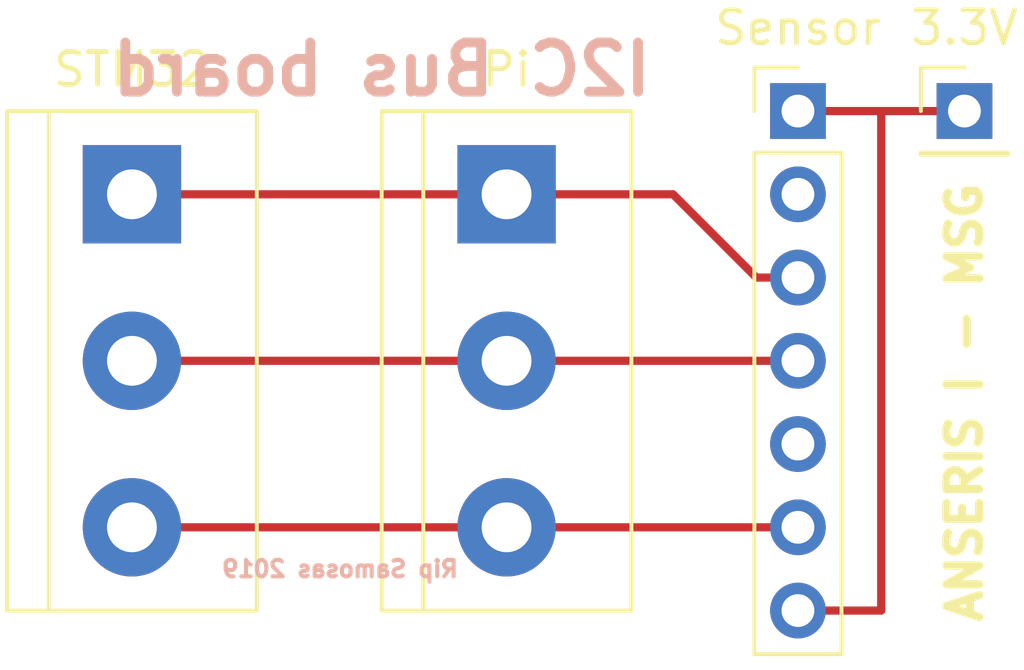
<source format=kicad_pcb>
(kicad_pcb (version 20171130) (host pcbnew "(5.1.6)-1")

  (general
    (thickness 1.6)
    (drawings 3)
    (tracks 9)
    (zones 0)
    (modules 4)
    (nets 1)
  )

  (page A4)
  (layers
    (0 F.Cu signal)
    (31 B.Cu signal)
    (32 B.Adhes user)
    (33 F.Adhes user)
    (34 B.Paste user)
    (35 F.Paste user)
    (36 B.SilkS user)
    (37 F.SilkS user)
    (38 B.Mask user)
    (39 F.Mask user)
    (40 Dwgs.User user)
    (41 Cmts.User user)
    (42 Eco1.User user)
    (43 Eco2.User user)
    (44 Edge.Cuts user)
    (45 Margin user)
    (46 B.CrtYd user)
    (47 F.CrtYd user)
    (48 B.Fab user)
    (49 F.Fab user)
  )

  (setup
    (last_trace_width 0.25)
    (trace_clearance 0.2)
    (zone_clearance 0.508)
    (zone_45_only no)
    (trace_min 0.2)
    (via_size 0.8)
    (via_drill 0.4)
    (via_min_size 0.4)
    (via_min_drill 0.3)
    (uvia_size 0.3)
    (uvia_drill 0.1)
    (uvias_allowed no)
    (uvia_min_size 0.2)
    (uvia_min_drill 0.1)
    (edge_width 0.05)
    (segment_width 0.2)
    (pcb_text_width 0.3)
    (pcb_text_size 1.5 1.5)
    (mod_edge_width 0.12)
    (mod_text_size 1 1)
    (mod_text_width 0.15)
    (pad_size 1.524 1.524)
    (pad_drill 0.762)
    (pad_to_mask_clearance 0.05)
    (aux_axis_origin 0 0)
    (visible_elements 7FFFFFFF)
    (pcbplotparams
      (layerselection 0x010fc_ffffffff)
      (usegerberextensions false)
      (usegerberattributes true)
      (usegerberadvancedattributes true)
      (creategerberjobfile true)
      (excludeedgelayer true)
      (linewidth 0.100000)
      (plotframeref false)
      (viasonmask false)
      (mode 1)
      (useauxorigin false)
      (hpglpennumber 1)
      (hpglpenspeed 20)
      (hpglpendiameter 15.000000)
      (psnegative false)
      (psa4output false)
      (plotreference true)
      (plotvalue true)
      (plotinvisibletext false)
      (padsonsilk false)
      (subtractmaskfromsilk false)
      (outputformat 1)
      (mirror false)
      (drillshape 0)
      (scaleselection 1)
      (outputdirectory "GerberFiles/"))
  )

  (net 0 "")

  (net_class Default "This is the default net class."
    (clearance 0.2)
    (trace_width 0.25)
    (via_dia 0.8)
    (via_drill 0.4)
    (uvia_dia 0.3)
    (uvia_drill 0.1)
  )

  (module Connector_PinHeader_2.54mm:PinHeader_1x07_P2.54mm_Vertical (layer F.Cu) (tedit 59FED5CC) (tstamp 5F44B867)
    (at 78.74 81.28)
    (descr "Through hole straight pin header, 1x07, 2.54mm pitch, single row")
    (tags "Through hole pin header THT 1x07 2.54mm single row")
    (fp_text reference Sensor (at 0 -2.54) (layer F.SilkS)
      (effects (font (size 1 1) (thickness 0.15)))
    )
    (fp_text value Sensor (at -2.54 7.62 90) (layer F.Fab)
      (effects (font (size 1 1) (thickness 0.15)))
    )
    (fp_line (start -0.635 -1.27) (end 1.27 -1.27) (layer F.Fab) (width 0.1))
    (fp_line (start 1.27 -1.27) (end 1.27 16.51) (layer F.Fab) (width 0.1))
    (fp_line (start 1.27 16.51) (end -1.27 16.51) (layer F.Fab) (width 0.1))
    (fp_line (start -1.27 16.51) (end -1.27 -0.635) (layer F.Fab) (width 0.1))
    (fp_line (start -1.27 -0.635) (end -0.635 -1.27) (layer F.Fab) (width 0.1))
    (fp_line (start -1.33 16.57) (end 1.33 16.57) (layer F.SilkS) (width 0.12))
    (fp_line (start -1.33 1.27) (end -1.33 16.57) (layer F.SilkS) (width 0.12))
    (fp_line (start 1.33 1.27) (end 1.33 16.57) (layer F.SilkS) (width 0.12))
    (fp_line (start -1.33 1.27) (end 1.33 1.27) (layer F.SilkS) (width 0.12))
    (fp_line (start -1.33 0) (end -1.33 -1.33) (layer F.SilkS) (width 0.12))
    (fp_line (start -1.33 -1.33) (end 0 -1.33) (layer F.SilkS) (width 0.12))
    (fp_line (start -1.8 -1.8) (end -1.8 17.05) (layer F.CrtYd) (width 0.05))
    (fp_line (start -1.8 17.05) (end 1.8 17.05) (layer F.CrtYd) (width 0.05))
    (fp_line (start 1.8 17.05) (end 1.8 -1.8) (layer F.CrtYd) (width 0.05))
    (fp_line (start 1.8 -1.8) (end -1.8 -1.8) (layer F.CrtYd) (width 0.05))
    (pad 7 thru_hole oval (at 0 15.24) (size 1.7 1.7) (drill 1) (layers *.Cu *.Mask))
    (pad 6 thru_hole oval (at 0 12.7) (size 1.7 1.7) (drill 1) (layers *.Cu *.Mask))
    (pad 5 thru_hole oval (at 0 10.16) (size 1.7 1.7) (drill 1) (layers *.Cu *.Mask))
    (pad 4 thru_hole oval (at 0 7.62) (size 1.7 1.7) (drill 1) (layers *.Cu *.Mask))
    (pad 3 thru_hole oval (at 0 5.08) (size 1.7 1.7) (drill 1) (layers *.Cu *.Mask))
    (pad 2 thru_hole oval (at 0 2.54) (size 1.7 1.7) (drill 1) (layers *.Cu *.Mask))
    (pad 1 thru_hole rect (at 0 0) (size 1.7 1.7) (drill 1) (layers *.Cu *.Mask))
    (model ${KISYS3DMOD}/Connector_PinHeader_2.54mm.3dshapes/PinHeader_1x07_P2.54mm_Vertical.wrl
      (at (xyz 0 0 0))
      (scale (xyz 1 1 1))
      (rotate (xyz 0 0 0))
    )
  )

  (module Connector_PinHeader_2.54mm:PinHeader_1x01_P2.54mm_Vertical (layer F.Cu) (tedit 59FED5CC) (tstamp 5F44BDB3)
    (at 83.82 81.28)
    (descr "Through hole straight pin header, 1x01, 2.54mm pitch, single row")
    (tags "Through hole pin header THT 1x01 2.54mm single row")
    (fp_text reference 3.3V (at 0 -2.54) (layer F.SilkS)
      (effects (font (size 1 1) (thickness 0.15)))
    )
    (fp_text value TinyTiny (at -12.7 5.08) (layer F.Fab)
      (effects (font (size 1 1) (thickness 0.15)))
    )
    (fp_line (start -0.635 -1.27) (end 1.27 -1.27) (layer F.Fab) (width 0.1))
    (fp_line (start 1.27 -1.27) (end 1.27 1.27) (layer F.Fab) (width 0.1))
    (fp_line (start 1.27 1.27) (end -1.27 1.27) (layer F.Fab) (width 0.1))
    (fp_line (start -1.27 1.27) (end -1.27 -0.635) (layer F.Fab) (width 0.1))
    (fp_line (start -1.27 -0.635) (end -0.635 -1.27) (layer F.Fab) (width 0.1))
    (fp_line (start -1.33 1.33) (end 1.33 1.33) (layer F.SilkS) (width 0.12))
    (fp_line (start -1.33 1.27) (end -1.33 1.33) (layer F.SilkS) (width 0.12))
    (fp_line (start 1.33 1.27) (end 1.33 1.33) (layer F.SilkS) (width 0.12))
    (fp_line (start -1.33 1.27) (end 1.33 1.27) (layer F.SilkS) (width 0.12))
    (fp_line (start -1.33 0) (end -1.33 -1.33) (layer F.SilkS) (width 0.12))
    (fp_line (start -1.33 -1.33) (end 0 -1.33) (layer F.SilkS) (width 0.12))
    (fp_line (start -1.8 -1.8) (end -1.8 1.8) (layer F.CrtYd) (width 0.05))
    (fp_line (start -1.8 1.8) (end 1.8 1.8) (layer F.CrtYd) (width 0.05))
    (fp_line (start 1.8 1.8) (end 1.8 -1.8) (layer F.CrtYd) (width 0.05))
    (fp_line (start 1.8 -1.8) (end -1.8 -1.8) (layer F.CrtYd) (width 0.05))
    (fp_text user %R (at 0 0 90) (layer F.Fab)
      (effects (font (size 1 1) (thickness 0.15)))
    )
    (pad 1 thru_hole rect (at 0 0) (size 1.7 1.7) (drill 1) (layers *.Cu *.Mask))
    (model ${KISYS3DMOD}/Connector_PinHeader_2.54mm.3dshapes/PinHeader_1x01_P2.54mm_Vertical.wrl
      (at (xyz 0 0 0))
      (scale (xyz 1 1 1))
      (rotate (xyz 0 0 0))
    )
  )

  (module TerminalBlock:TerminalBlock_bornier-3_P5.08mm (layer F.Cu) (tedit 59FF03B9) (tstamp 5F44AE55)
    (at 58.42 83.82 270)
    (descr "simple 3-pin terminal block, pitch 5.08mm, revamped version of bornier3")
    (tags "terminal block bornier3")
    (fp_text reference STM32 (at -3.81 0) (layer F.SilkS)
      (effects (font (size 1 1) (thickness 0.15)))
    )
    (fp_text value STM32 (at 5.08 2.54 90) (layer F.Fab)
      (effects (font (size 1 1) (thickness 0.15)))
    )
    (fp_line (start -2.47 2.55) (end 12.63 2.55) (layer F.Fab) (width 0.1))
    (fp_line (start -2.47 -3.75) (end 12.63 -3.75) (layer F.Fab) (width 0.1))
    (fp_line (start 12.63 -3.75) (end 12.63 3.75) (layer F.Fab) (width 0.1))
    (fp_line (start 12.63 3.75) (end -2.47 3.75) (layer F.Fab) (width 0.1))
    (fp_line (start -2.47 3.75) (end -2.47 -3.75) (layer F.Fab) (width 0.1))
    (fp_line (start -2.54 3.81) (end -2.54 -3.81) (layer F.SilkS) (width 0.12))
    (fp_line (start 12.7 3.81) (end 12.7 -3.81) (layer F.SilkS) (width 0.12))
    (fp_line (start -2.54 2.54) (end 12.7 2.54) (layer F.SilkS) (width 0.12))
    (fp_line (start -2.54 -3.81) (end 12.7 -3.81) (layer F.SilkS) (width 0.12))
    (fp_line (start -2.54 3.81) (end 12.7 3.81) (layer F.SilkS) (width 0.12))
    (fp_line (start -2.72 -4) (end 12.88 -4) (layer F.CrtYd) (width 0.05))
    (fp_line (start -2.72 -4) (end -2.72 4) (layer F.CrtYd) (width 0.05))
    (fp_line (start 12.88 4) (end 12.88 -4) (layer F.CrtYd) (width 0.05))
    (fp_line (start 12.88 4) (end -2.72 4) (layer F.CrtYd) (width 0.05))
    (pad 3 thru_hole circle (at 10.16 0 270) (size 3 3) (drill 1.52) (layers *.Cu *.Mask))
    (pad 2 thru_hole circle (at 5.08 0 270) (size 3 3) (drill 1.52) (layers *.Cu *.Mask))
    (pad 1 thru_hole rect (at 0 0 270) (size 3 3) (drill 1.52) (layers *.Cu *.Mask))
    (model ${KISYS3DMOD}/TerminalBlock.3dshapes/TerminalBlock_bornier-3_P5.08mm.wrl
      (offset (xyz 5.079999923706055 0 0))
      (scale (xyz 1 1 1))
      (rotate (xyz 0 0 0))
    )
  )

  (module TerminalBlock:TerminalBlock_bornier-3_P5.08mm (layer F.Cu) (tedit 59FF03B9) (tstamp 5F44AFF4)
    (at 69.85 83.82 270)
    (descr "simple 3-pin terminal block, pitch 5.08mm, revamped version of bornier3")
    (tags "terminal block bornier3")
    (fp_text reference Pi (at -3.81 0 180) (layer F.SilkS)
      (effects (font (size 1 1) (thickness 0.15)))
    )
    (fp_text value Pi (at 5.08 5.08 90) (layer F.Fab)
      (effects (font (size 1 1) (thickness 0.15)))
    )
    (fp_line (start -2.47 2.55) (end 12.63 2.55) (layer F.Fab) (width 0.1))
    (fp_line (start -2.47 -3.75) (end 12.63 -3.75) (layer F.Fab) (width 0.1))
    (fp_line (start 12.63 -3.75) (end 12.63 3.75) (layer F.Fab) (width 0.1))
    (fp_line (start 12.63 3.75) (end -2.47 3.75) (layer F.Fab) (width 0.1))
    (fp_line (start -2.47 3.75) (end -2.47 -3.75) (layer F.Fab) (width 0.1))
    (fp_line (start -2.54 3.81) (end -2.54 -3.81) (layer F.SilkS) (width 0.12))
    (fp_line (start 12.7 3.81) (end 12.7 -3.81) (layer F.SilkS) (width 0.12))
    (fp_line (start -2.54 2.54) (end 12.7 2.54) (layer F.SilkS) (width 0.12))
    (fp_line (start -2.54 -3.81) (end 12.7 -3.81) (layer F.SilkS) (width 0.12))
    (fp_line (start -2.54 3.81) (end 12.7 3.81) (layer F.SilkS) (width 0.12))
    (fp_line (start -2.72 -4) (end 12.88 -4) (layer F.CrtYd) (width 0.05))
    (fp_line (start -2.72 -4) (end -2.72 4) (layer F.CrtYd) (width 0.05))
    (fp_line (start 12.88 4) (end 12.88 -4) (layer F.CrtYd) (width 0.05))
    (fp_line (start 12.88 4) (end -2.72 4) (layer F.CrtYd) (width 0.05))
    (fp_text user %R (at 5.08 0 90) (layer F.Fab)
      (effects (font (size 1 1) (thickness 0.15)))
    )
    (pad 3 thru_hole circle (at 10.16 0 270) (size 3 3) (drill 1.52) (layers *.Cu *.Mask))
    (pad 2 thru_hole circle (at 5.08 0 270) (size 3 3) (drill 1.52) (layers *.Cu *.Mask))
    (pad 1 thru_hole rect (at 0 0 270) (size 3 3) (drill 1.52) (layers *.Cu *.Mask))
    (model ${KISYS3DMOD}/TerminalBlock.3dshapes/TerminalBlock_bornier-3_P5.08mm.wrl
      (offset (xyz 5.079999923706055 0 0))
      (scale (xyz 1 1 1))
      (rotate (xyz 0 0 0))
    )
  )

  (gr_text "Rip Samosas 2019" (at 64.77 95.25) (layer B.SilkS)
    (effects (font (size 0.5 0.5) (thickness 0.125)) (justify mirror))
  )
  (gr_text "ANSERIS I - MSG" (at 83.82 90.17 90) (layer F.SilkS)
    (effects (font (size 1 1) (thickness 0.25)))
  )
  (gr_text "I2C Bus board" (at 66.04 80.01) (layer B.SilkS)
    (effects (font (size 1.5 1.5) (thickness 0.3)) (justify mirror))
  )

  (segment (start 58.42 88.9) (end 78.74 88.9) (width 0.25) (layer F.Cu) (net 0))
  (segment (start 58.42 93.98) (end 78.74 93.98) (width 0.25) (layer F.Cu) (net 0))
  (segment (start 81.28 81.28) (end 83.82 81.28) (width 0.25) (layer F.Cu) (net 0))
  (segment (start 81.28 81.28) (end 81.28 96.52) (width 0.25) (layer F.Cu) (net 0))
  (segment (start 78.74 81.28) (end 81.28 81.28) (width 0.25) (layer F.Cu) (net 0))
  (segment (start 81.28 96.52) (end 78.74 96.52) (width 0.25) (layer F.Cu) (net 0))
  (segment (start 58.42 83.82) (end 74.93 83.82) (width 0.25) (layer F.Cu) (net 0))
  (segment (start 74.93 83.82) (end 77.47 86.36) (width 0.25) (layer F.Cu) (net 0))
  (segment (start 77.47 86.36) (end 78.74 86.36) (width 0.25) (layer F.Cu) (net 0))

)

</source>
